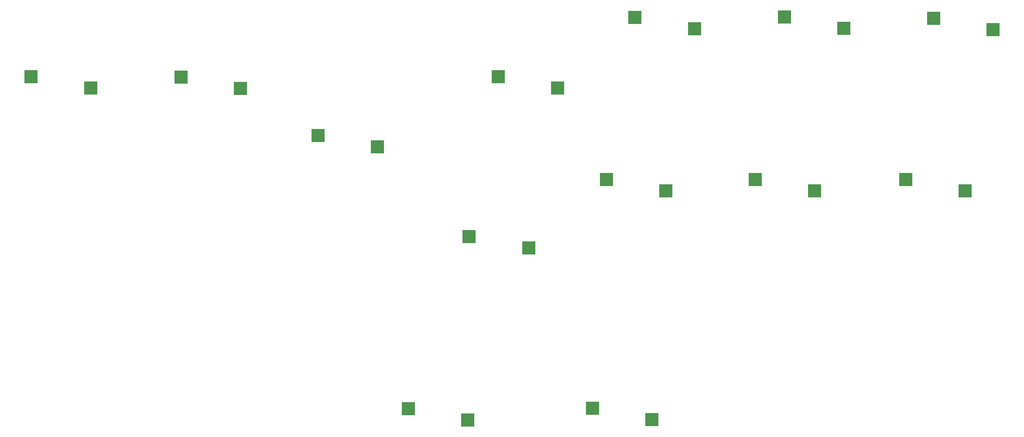
<source format=gbr>
%TF.GenerationSoftware,KiCad,Pcbnew,7.0.6*%
%TF.CreationDate,2024-02-01T15:41:42-05:00*%
%TF.ProjectId,Kolbebox_USB_Passthrough,4b6f6c62-6562-46f7-985f-5553425f5061,rev?*%
%TF.SameCoordinates,Original*%
%TF.FileFunction,Paste,Bot*%
%TF.FilePolarity,Positive*%
%FSLAX46Y46*%
G04 Gerber Fmt 4.6, Leading zero omitted, Abs format (unit mm)*
G04 Created by KiCad (PCBNEW 7.0.6) date 2024-02-01 15:41:42*
%MOMM*%
%LPD*%
G01*
G04 APERTURE LIST*
%ADD10R,2.600000X2.600000*%
G04 APERTURE END LIST*
D10*
%TO.C,Down/Pin 11*%
X84045000Y-59220000D03*
X95595000Y-61420000D03*
%TD*%
%TO.C,Right/Pin 10*%
X110645000Y-70570000D03*
X122195000Y-72770000D03*
%TD*%
%TO.C,Up/Pin 9*%
X128155000Y-123620000D03*
X139705000Y-125820000D03*
%TD*%
%TO.C,Square/Pin 7*%
X145585000Y-59160000D03*
X157135000Y-61360000D03*
%TD*%
%TO.C,Triangle/Pin 5*%
X172145000Y-47630000D03*
X183695000Y-49830000D03*
%TD*%
%TO.C,R1/Pin 2*%
X201115000Y-47510000D03*
X212665000Y-49710000D03*
%TD*%
%TO.C,L1/Pin 0*%
X230085000Y-47750000D03*
X241635000Y-49950000D03*
%TD*%
%TO.C,Cross/Pin 8*%
X139975000Y-90200000D03*
X151525000Y-92400000D03*
%TD*%
%TO.C,Circle/Pin 6*%
X166585000Y-79090000D03*
X178135000Y-81290000D03*
%TD*%
%TO.C,R2/Pin 3*%
X195435000Y-79090000D03*
X206985000Y-81290000D03*
%TD*%
%TO.C,L2/Pin 1*%
X224645000Y-79090000D03*
X236195000Y-81290000D03*
%TD*%
%TO.C,Left/Pin 12*%
X54950000Y-59100000D03*
X66500000Y-61300000D03*
%TD*%
%TO.C,R3/Pin 4*%
X163886554Y-123555918D03*
X175436554Y-125755918D03*
%TD*%
M02*

</source>
